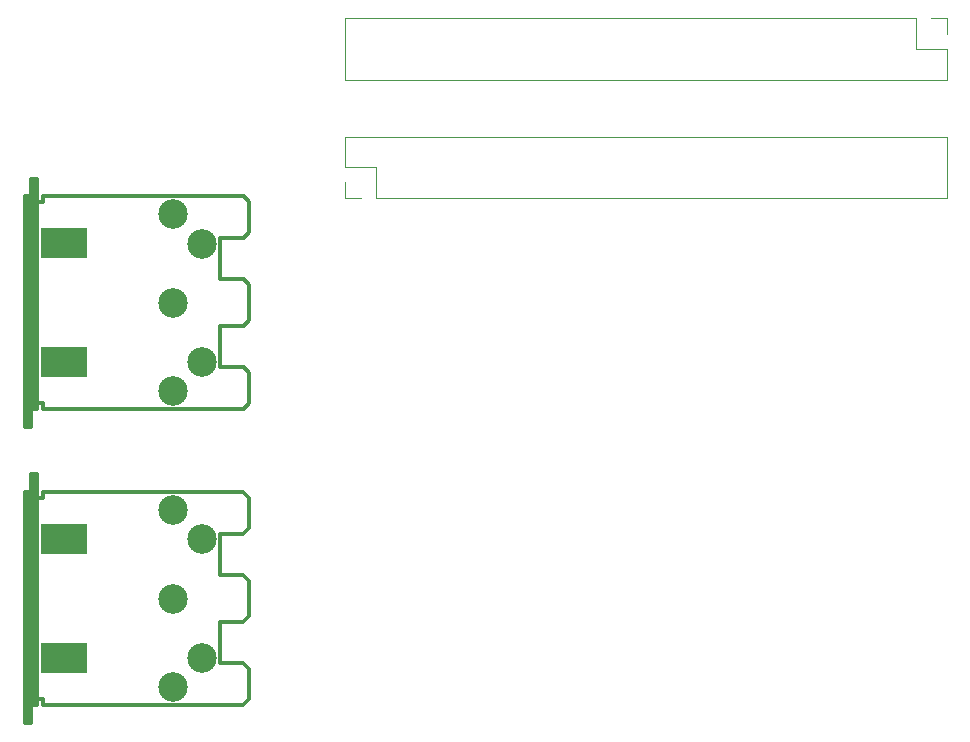
<source format=gbo>
G04 #@! TF.GenerationSoftware,KiCad,Pcbnew,(6.0.5)*
G04 #@! TF.CreationDate,2023-06-20T18:04:17+01:00*
G04 #@! TF.ProjectId,RPii-Dual-MiniDexed,52506969-2d44-4756-916c-2d4d696e6944,rev?*
G04 #@! TF.SameCoordinates,Original*
G04 #@! TF.FileFunction,Legend,Bot*
G04 #@! TF.FilePolarity,Positive*
%FSLAX46Y46*%
G04 Gerber Fmt 4.6, Leading zero omitted, Abs format (unit mm)*
G04 Created by KiCad (PCBNEW (6.0.5)) date 2023-06-20 18:04:17*
%MOMM*%
%LPD*%
G01*
G04 APERTURE LIST*
%ADD10C,0.120000*%
%ADD11C,0.304800*%
%ADD12R,4.000000X2.500000*%
%ADD13C,2.499360*%
G04 APERTURE END LIST*
D10*
X257960000Y-94900000D02*
X257960000Y-100100000D01*
X209640000Y-100100000D02*
X257960000Y-100100000D01*
X207040000Y-98770000D02*
X207040000Y-100100000D01*
X207040000Y-94900000D02*
X207040000Y-97500000D01*
X207040000Y-100100000D02*
X208370000Y-100100000D01*
X207040000Y-97500000D02*
X209640000Y-97500000D01*
X209640000Y-97500000D02*
X209640000Y-100100000D01*
X207040000Y-94900000D02*
X257960000Y-94900000D01*
X257960000Y-84900000D02*
X256630000Y-84900000D01*
X257960000Y-90100000D02*
X257960000Y-87500000D01*
X255360000Y-87500000D02*
X255360000Y-84900000D01*
X257960000Y-86230000D02*
X257960000Y-84900000D01*
X207040000Y-90100000D02*
X207040000Y-84900000D01*
X255360000Y-84900000D02*
X207040000Y-84900000D01*
X257960000Y-90100000D02*
X207040000Y-90100000D01*
X257960000Y-87500000D02*
X255360000Y-87500000D01*
D11*
X179920400Y-119450360D02*
X180420780Y-119450360D01*
X198919600Y-102950520D02*
X198419220Y-103450900D01*
X198419220Y-117949220D02*
X181419000Y-117949220D01*
X180420780Y-99950780D02*
X179920400Y-99950780D01*
X196420240Y-103450900D02*
X196420240Y-106951020D01*
X198919600Y-117448840D02*
X198919600Y-114949480D01*
X198419220Y-106951020D02*
X196420240Y-106951020D01*
X198419220Y-114449100D02*
X196420240Y-114449100D01*
X180921160Y-117949220D02*
X180921160Y-98449640D01*
X181419000Y-99950780D02*
X181419000Y-100451160D01*
X198919600Y-107448860D02*
X198419220Y-106951020D01*
X198919600Y-110451140D02*
X198419220Y-110948980D01*
X180420780Y-117949220D02*
X180921160Y-117949220D01*
X181419000Y-117949220D02*
X181419000Y-117448840D01*
X198419220Y-99950780D02*
X181419000Y-99950780D01*
X180921160Y-98449640D02*
X180420780Y-98449640D01*
X198419220Y-103450900D02*
X196420240Y-103450900D01*
X180420780Y-99950780D02*
X180420780Y-117949220D01*
X196420240Y-114449100D02*
X196420240Y-110948980D01*
X180169320Y-119450360D02*
X180169320Y-99950780D01*
X198919600Y-110451140D02*
X198919600Y-107448860D01*
X198419220Y-117949220D02*
X198919600Y-117448840D01*
X198919600Y-100451160D02*
X198919600Y-102450140D01*
X179920400Y-99950780D02*
X179920400Y-119450360D01*
X198919600Y-102450140D02*
X198919600Y-102950520D01*
X180669700Y-117949220D02*
X180669700Y-98449640D01*
X180420780Y-119450360D02*
X180420780Y-117949220D01*
X198419220Y-110948980D02*
X196420240Y-110948980D01*
X198919600Y-114949480D02*
X198419220Y-114449100D01*
X180921160Y-100451160D02*
X181419000Y-100451160D01*
X180420780Y-98449640D02*
X180420780Y-99950780D01*
X198419220Y-99950780D02*
X198919600Y-100451160D01*
X181419000Y-117448840D02*
X180921160Y-117448840D01*
X180911160Y-143009220D02*
X180911160Y-123509640D01*
X198409220Y-132011020D02*
X196410240Y-132011020D01*
X180159320Y-144510360D02*
X180159320Y-125010780D01*
X180410780Y-123509640D02*
X180410780Y-125010780D01*
X198409220Y-125010780D02*
X198909600Y-125511160D01*
X180410780Y-144510360D02*
X180410780Y-143009220D01*
X179910400Y-144510360D02*
X180410780Y-144510360D01*
X180410780Y-125010780D02*
X180410780Y-143009220D01*
X181409000Y-143009220D02*
X181409000Y-142508840D01*
X198409220Y-128510900D02*
X196410240Y-128510900D01*
X180911160Y-123509640D02*
X180410780Y-123509640D01*
X198409220Y-125010780D02*
X181409000Y-125010780D01*
X198909600Y-125511160D02*
X198909600Y-127510140D01*
X179910400Y-125010780D02*
X179910400Y-144510360D01*
X198909600Y-140009480D02*
X198409220Y-139509100D01*
X198909600Y-132508860D02*
X198409220Y-132011020D01*
X198409220Y-143009220D02*
X198909600Y-142508840D01*
X198909600Y-142508840D02*
X198909600Y-140009480D01*
X180410780Y-143009220D02*
X180911160Y-143009220D01*
X181409000Y-142508840D02*
X180911160Y-142508840D01*
X198409220Y-139509100D02*
X196410240Y-139509100D01*
X198909600Y-135511140D02*
X198909600Y-132508860D01*
X180410780Y-125010780D02*
X179910400Y-125010780D01*
X180659700Y-143009220D02*
X180659700Y-123509640D01*
X180911160Y-125511160D02*
X181409000Y-125511160D01*
X198909600Y-128010520D02*
X198409220Y-128510900D01*
X198909600Y-127510140D02*
X198909600Y-128010520D01*
X198409220Y-136008980D02*
X196410240Y-136008980D01*
X181409000Y-125010780D02*
X181409000Y-125511160D01*
X198409220Y-143009220D02*
X181409000Y-143009220D01*
X196410240Y-128510900D02*
X196410240Y-132011020D01*
X196410240Y-139509100D02*
X196410240Y-136008980D01*
X198909600Y-135511140D02*
X198409220Y-136008980D01*
D12*
X183222300Y-113951260D03*
X183222300Y-103948740D03*
D13*
X192417200Y-101451920D03*
X192419740Y-108950000D03*
X192417200Y-116448080D03*
X194919100Y-103953820D03*
X194919100Y-113946180D03*
D12*
X183212300Y-139011260D03*
X183212300Y-129008740D03*
D13*
X192407200Y-126511920D03*
X192409740Y-134010000D03*
X192407200Y-141508080D03*
X194909100Y-129013820D03*
X194909100Y-139006180D03*
M02*

</source>
